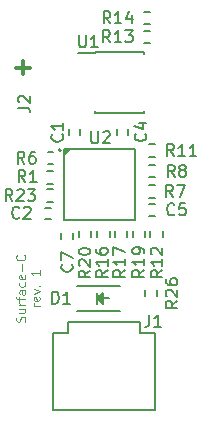
<source format=gbr>
G04 #@! TF.FileFunction,Legend,Top*
%FSLAX46Y46*%
G04 Gerber Fmt 4.6, Leading zero omitted, Abs format (unit mm)*
G04 Created by KiCad (PCBNEW 4.0.5+dfsg1-4) date Tue Jul 10 09:58:08 2018*
%MOMM*%
%LPD*%
G01*
G04 APERTURE LIST*
%ADD10C,0.100000*%
%ADD11C,0.300000*%
%ADD12C,0.150000*%
G04 APERTURE END LIST*
D10*
X149341071Y-116001428D02*
X149376786Y-115894285D01*
X149376786Y-115715714D01*
X149341071Y-115644285D01*
X149305357Y-115608571D01*
X149233929Y-115572856D01*
X149162500Y-115572856D01*
X149091071Y-115608571D01*
X149055357Y-115644285D01*
X149019643Y-115715714D01*
X148983929Y-115858571D01*
X148948214Y-115929999D01*
X148912500Y-115965714D01*
X148841071Y-116001428D01*
X148769643Y-116001428D01*
X148698214Y-115965714D01*
X148662500Y-115929999D01*
X148626786Y-115858571D01*
X148626786Y-115679999D01*
X148662500Y-115572856D01*
X148876786Y-114929999D02*
X149376786Y-114929999D01*
X148876786Y-115251428D02*
X149269643Y-115251428D01*
X149341071Y-115215713D01*
X149376786Y-115144285D01*
X149376786Y-115037142D01*
X149341071Y-114965713D01*
X149305357Y-114929999D01*
X149376786Y-114572857D02*
X148876786Y-114572857D01*
X149019643Y-114572857D02*
X148948214Y-114537142D01*
X148912500Y-114501428D01*
X148876786Y-114429999D01*
X148876786Y-114358571D01*
X148876786Y-114215713D02*
X148876786Y-113929999D01*
X149376786Y-114108571D02*
X148733929Y-114108571D01*
X148662500Y-114072856D01*
X148626786Y-114001428D01*
X148626786Y-113929999D01*
X149376786Y-113358571D02*
X148983929Y-113358571D01*
X148912500Y-113394285D01*
X148876786Y-113465714D01*
X148876786Y-113608571D01*
X148912500Y-113680000D01*
X149341071Y-113358571D02*
X149376786Y-113430000D01*
X149376786Y-113608571D01*
X149341071Y-113680000D01*
X149269643Y-113715714D01*
X149198214Y-113715714D01*
X149126786Y-113680000D01*
X149091071Y-113608571D01*
X149091071Y-113430000D01*
X149055357Y-113358571D01*
X149341071Y-112680000D02*
X149376786Y-112751429D01*
X149376786Y-112894286D01*
X149341071Y-112965714D01*
X149305357Y-113001429D01*
X149233929Y-113037143D01*
X149019643Y-113037143D01*
X148948214Y-113001429D01*
X148912500Y-112965714D01*
X148876786Y-112894286D01*
X148876786Y-112751429D01*
X148912500Y-112680000D01*
X149341071Y-112072857D02*
X149376786Y-112144286D01*
X149376786Y-112287143D01*
X149341071Y-112358572D01*
X149269643Y-112394286D01*
X148983929Y-112394286D01*
X148912500Y-112358572D01*
X148876786Y-112287143D01*
X148876786Y-112144286D01*
X148912500Y-112072857D01*
X148983929Y-112037143D01*
X149055357Y-112037143D01*
X149126786Y-112394286D01*
X149091071Y-111715715D02*
X149091071Y-111144286D01*
X149305357Y-110358572D02*
X149341071Y-110394286D01*
X149376786Y-110501429D01*
X149376786Y-110572858D01*
X149341071Y-110680001D01*
X149269643Y-110751429D01*
X149198214Y-110787144D01*
X149055357Y-110822858D01*
X148948214Y-110822858D01*
X148805357Y-110787144D01*
X148733929Y-110751429D01*
X148662500Y-110680001D01*
X148626786Y-110572858D01*
X148626786Y-110501429D01*
X148662500Y-110394286D01*
X148698214Y-110358572D01*
X150601786Y-114662144D02*
X150101786Y-114662144D01*
X150244643Y-114662144D02*
X150173214Y-114626429D01*
X150137500Y-114590715D01*
X150101786Y-114519286D01*
X150101786Y-114447858D01*
X150566071Y-113912143D02*
X150601786Y-113983572D01*
X150601786Y-114126429D01*
X150566071Y-114197858D01*
X150494643Y-114233572D01*
X150208929Y-114233572D01*
X150137500Y-114197858D01*
X150101786Y-114126429D01*
X150101786Y-113983572D01*
X150137500Y-113912143D01*
X150208929Y-113876429D01*
X150280357Y-113876429D01*
X150351786Y-114233572D01*
X150101786Y-113626429D02*
X150601786Y-113447858D01*
X150101786Y-113269286D01*
X150530357Y-112983572D02*
X150566071Y-112947857D01*
X150601786Y-112983572D01*
X150566071Y-113019286D01*
X150530357Y-112983572D01*
X150601786Y-112983572D01*
X150601786Y-111662142D02*
X150601786Y-112090714D01*
X150601786Y-111876428D02*
X149851786Y-111876428D01*
X149958929Y-111947857D01*
X150030357Y-112019285D01*
X150066071Y-112090714D01*
D11*
X148628572Y-94487143D02*
X149771429Y-94487143D01*
X149200000Y-95058571D02*
X149200000Y-93915714D01*
D12*
X153095000Y-99710000D02*
X153095000Y-100210000D01*
X154045000Y-100210000D02*
X154045000Y-99710000D01*
X151060000Y-107295000D02*
X151560000Y-107295000D01*
X151560000Y-106345000D02*
X151060000Y-106345000D01*
X157165000Y-99690000D02*
X157165000Y-100190000D01*
X158115000Y-100190000D02*
X158115000Y-99690000D01*
X160380000Y-106075000D02*
X159880000Y-106075000D01*
X159880000Y-107025000D02*
X160380000Y-107025000D01*
X153405000Y-109020000D02*
X153405000Y-108520000D01*
X152455000Y-108520000D02*
X152455000Y-109020000D01*
X153790000Y-115090000D02*
X157390000Y-115090000D01*
X153790000Y-112990000D02*
X157390000Y-112990000D01*
X155840000Y-113740000D02*
X155840000Y-114340000D01*
X155840000Y-114340000D02*
X155540000Y-114040000D01*
X155540000Y-114040000D02*
X155740000Y-113840000D01*
X155740000Y-113840000D02*
X155740000Y-114090000D01*
X155740000Y-114090000D02*
X155690000Y-114040000D01*
X155440000Y-113540000D02*
X155440000Y-114540000D01*
X155940000Y-114040000D02*
X156440000Y-114040000D01*
X155440000Y-114040000D02*
X155940000Y-113540000D01*
X155940000Y-113540000D02*
X155940000Y-114540000D01*
X155940000Y-114540000D02*
X155440000Y-114040000D01*
X159100000Y-116950000D02*
X160350000Y-116950000D01*
X159100000Y-115990000D02*
X159100000Y-116950000D01*
X151750000Y-116950000D02*
X153000000Y-116950000D01*
X153000000Y-116950000D02*
X153000000Y-115990000D01*
X153000000Y-115990000D02*
X159100000Y-115990000D01*
X151750000Y-123490000D02*
X160350000Y-123490000D01*
X160350000Y-123490000D02*
X160350000Y-116950000D01*
X151750000Y-123490000D02*
X151750000Y-116950000D01*
X151270000Y-104315000D02*
X151770000Y-104315000D01*
X151770000Y-103265000D02*
X151270000Y-103265000D01*
X151780000Y-101645000D02*
X151280000Y-101645000D01*
X151280000Y-102695000D02*
X151780000Y-102695000D01*
X160350000Y-104445000D02*
X159850000Y-104445000D01*
X159850000Y-105495000D02*
X160350000Y-105495000D01*
X159850000Y-103795000D02*
X160350000Y-103795000D01*
X160350000Y-102745000D02*
X159850000Y-102745000D01*
X160380000Y-100975000D02*
X159880000Y-100975000D01*
X159880000Y-102025000D02*
X160380000Y-102025000D01*
X159965000Y-108310000D02*
X159965000Y-108810000D01*
X161015000Y-108810000D02*
X161015000Y-108310000D01*
X159930000Y-91365000D02*
X159430000Y-91365000D01*
X159430000Y-92415000D02*
X159930000Y-92415000D01*
X159420000Y-90795000D02*
X159920000Y-90795000D01*
X159920000Y-89745000D02*
X159420000Y-89745000D01*
X155495000Y-108320000D02*
X155495000Y-108820000D01*
X156545000Y-108820000D02*
X156545000Y-108320000D01*
X158035000Y-108800000D02*
X158035000Y-108300000D01*
X156985000Y-108300000D02*
X156985000Y-108800000D01*
X159535000Y-108810000D02*
X159535000Y-108310000D01*
X158485000Y-108310000D02*
X158485000Y-108810000D01*
X153915000Y-108320000D02*
X153915000Y-108820000D01*
X154965000Y-108820000D02*
X154965000Y-108320000D01*
X151270000Y-105835000D02*
X151770000Y-105835000D01*
X151770000Y-104785000D02*
X151270000Y-104785000D01*
X160545000Y-113850000D02*
X160545000Y-113350000D01*
X159495000Y-113350000D02*
X159495000Y-113850000D01*
X155265000Y-93195000D02*
X155265000Y-93245000D01*
X159415000Y-93195000D02*
X159415000Y-93340000D01*
X159415000Y-98345000D02*
X159415000Y-98200000D01*
X155265000Y-98345000D02*
X155265000Y-98200000D01*
X155265000Y-93195000D02*
X159415000Y-93195000D01*
X155265000Y-98345000D02*
X159415000Y-98345000D01*
X155265000Y-93245000D02*
X153865000Y-93245000D01*
X152360000Y-101480000D02*
G75*
G03X152360000Y-101480000I-50000J0D01*
G01*
X152410000Y-101480000D02*
G75*
G03X152410000Y-101480000I-100000J0D01*
G01*
X153060000Y-101430000D02*
X152770000Y-101680000D01*
X152770000Y-101680000D02*
X152870000Y-101470000D01*
X152870000Y-101470000D02*
X152780000Y-101480000D01*
X153210000Y-101380000D02*
X152710000Y-101880000D01*
X152710000Y-107380000D02*
X152710000Y-101380000D01*
X158710000Y-101380000D02*
X158710000Y-107380000D01*
X152710000Y-107380000D02*
X158710000Y-107380000D01*
X158710000Y-101380000D02*
X152710000Y-101380000D01*
X152517143Y-100136666D02*
X152564762Y-100184285D01*
X152612381Y-100327142D01*
X152612381Y-100422380D01*
X152564762Y-100565238D01*
X152469524Y-100660476D01*
X152374286Y-100708095D01*
X152183810Y-100755714D01*
X152040952Y-100755714D01*
X151850476Y-100708095D01*
X151755238Y-100660476D01*
X151660000Y-100565238D01*
X151612381Y-100422380D01*
X151612381Y-100327142D01*
X151660000Y-100184285D01*
X151707619Y-100136666D01*
X152612381Y-99184285D02*
X152612381Y-99755714D01*
X152612381Y-99470000D02*
X151612381Y-99470000D01*
X151755238Y-99565238D01*
X151850476Y-99660476D01*
X151898095Y-99755714D01*
X148893334Y-107177143D02*
X148845715Y-107224762D01*
X148702858Y-107272381D01*
X148607620Y-107272381D01*
X148464762Y-107224762D01*
X148369524Y-107129524D01*
X148321905Y-107034286D01*
X148274286Y-106843810D01*
X148274286Y-106700952D01*
X148321905Y-106510476D01*
X148369524Y-106415238D01*
X148464762Y-106320000D01*
X148607620Y-106272381D01*
X148702858Y-106272381D01*
X148845715Y-106320000D01*
X148893334Y-106367619D01*
X149274286Y-106367619D02*
X149321905Y-106320000D01*
X149417143Y-106272381D01*
X149655239Y-106272381D01*
X149750477Y-106320000D01*
X149798096Y-106367619D01*
X149845715Y-106462857D01*
X149845715Y-106558095D01*
X149798096Y-106700952D01*
X149226667Y-107272381D01*
X149845715Y-107272381D01*
X159557143Y-100076666D02*
X159604762Y-100124285D01*
X159652381Y-100267142D01*
X159652381Y-100362380D01*
X159604762Y-100505238D01*
X159509524Y-100600476D01*
X159414286Y-100648095D01*
X159223810Y-100695714D01*
X159080952Y-100695714D01*
X158890476Y-100648095D01*
X158795238Y-100600476D01*
X158700000Y-100505238D01*
X158652381Y-100362380D01*
X158652381Y-100267142D01*
X158700000Y-100124285D01*
X158747619Y-100076666D01*
X158985714Y-99219523D02*
X159652381Y-99219523D01*
X158604762Y-99457619D02*
X159319048Y-99695714D01*
X159319048Y-99076666D01*
X162023334Y-106897143D02*
X161975715Y-106944762D01*
X161832858Y-106992381D01*
X161737620Y-106992381D01*
X161594762Y-106944762D01*
X161499524Y-106849524D01*
X161451905Y-106754286D01*
X161404286Y-106563810D01*
X161404286Y-106420952D01*
X161451905Y-106230476D01*
X161499524Y-106135238D01*
X161594762Y-106040000D01*
X161737620Y-105992381D01*
X161832858Y-105992381D01*
X161975715Y-106040000D01*
X162023334Y-106087619D01*
X162928096Y-105992381D02*
X162451905Y-105992381D01*
X162404286Y-106468571D01*
X162451905Y-106420952D01*
X162547143Y-106373333D01*
X162785239Y-106373333D01*
X162880477Y-106420952D01*
X162928096Y-106468571D01*
X162975715Y-106563810D01*
X162975715Y-106801905D01*
X162928096Y-106897143D01*
X162880477Y-106944762D01*
X162785239Y-106992381D01*
X162547143Y-106992381D01*
X162451905Y-106944762D01*
X162404286Y-106897143D01*
X153317143Y-111146666D02*
X153364762Y-111194285D01*
X153412381Y-111337142D01*
X153412381Y-111432380D01*
X153364762Y-111575238D01*
X153269524Y-111670476D01*
X153174286Y-111718095D01*
X152983810Y-111765714D01*
X152840952Y-111765714D01*
X152650476Y-111718095D01*
X152555238Y-111670476D01*
X152460000Y-111575238D01*
X152412381Y-111432380D01*
X152412381Y-111337142D01*
X152460000Y-111194285D01*
X152507619Y-111146666D01*
X152412381Y-110813333D02*
X152412381Y-110146666D01*
X153412381Y-110575238D01*
X151671905Y-114472381D02*
X151671905Y-113472381D01*
X151910000Y-113472381D01*
X152052858Y-113520000D01*
X152148096Y-113615238D01*
X152195715Y-113710476D01*
X152243334Y-113900952D01*
X152243334Y-114043810D01*
X152195715Y-114234286D01*
X152148096Y-114329524D01*
X152052858Y-114424762D01*
X151910000Y-114472381D01*
X151671905Y-114472381D01*
X153195715Y-114472381D02*
X152624286Y-114472381D01*
X152910000Y-114472381D02*
X152910000Y-113472381D01*
X152814762Y-113615238D01*
X152719524Y-113710476D01*
X152624286Y-113758095D01*
X159886667Y-115422381D02*
X159886667Y-116136667D01*
X159839047Y-116279524D01*
X159743809Y-116374762D01*
X159600952Y-116422381D01*
X159505714Y-116422381D01*
X160886667Y-116422381D02*
X160315238Y-116422381D01*
X160600952Y-116422381D02*
X160600952Y-115422381D01*
X160505714Y-115565238D01*
X160410476Y-115660476D01*
X160315238Y-115708095D01*
X149393334Y-104182381D02*
X149060000Y-103706190D01*
X148821905Y-104182381D02*
X148821905Y-103182381D01*
X149202858Y-103182381D01*
X149298096Y-103230000D01*
X149345715Y-103277619D01*
X149393334Y-103372857D01*
X149393334Y-103515714D01*
X149345715Y-103610952D01*
X149298096Y-103658571D01*
X149202858Y-103706190D01*
X148821905Y-103706190D01*
X150345715Y-104182381D02*
X149774286Y-104182381D01*
X150060000Y-104182381D02*
X150060000Y-103182381D01*
X149964762Y-103325238D01*
X149869524Y-103420476D01*
X149774286Y-103468095D01*
X149323334Y-102627381D02*
X148990000Y-102151190D01*
X148751905Y-102627381D02*
X148751905Y-101627381D01*
X149132858Y-101627381D01*
X149228096Y-101675000D01*
X149275715Y-101722619D01*
X149323334Y-101817857D01*
X149323334Y-101960714D01*
X149275715Y-102055952D01*
X149228096Y-102103571D01*
X149132858Y-102151190D01*
X148751905Y-102151190D01*
X150180477Y-101627381D02*
X149990000Y-101627381D01*
X149894762Y-101675000D01*
X149847143Y-101722619D01*
X149751905Y-101865476D01*
X149704286Y-102055952D01*
X149704286Y-102436905D01*
X149751905Y-102532143D01*
X149799524Y-102579762D01*
X149894762Y-102627381D01*
X150085239Y-102627381D01*
X150180477Y-102579762D01*
X150228096Y-102532143D01*
X150275715Y-102436905D01*
X150275715Y-102198810D01*
X150228096Y-102103571D01*
X150180477Y-102055952D01*
X150085239Y-102008333D01*
X149894762Y-102008333D01*
X149799524Y-102055952D01*
X149751905Y-102103571D01*
X149704286Y-102198810D01*
X161903334Y-105452381D02*
X161570000Y-104976190D01*
X161331905Y-105452381D02*
X161331905Y-104452381D01*
X161712858Y-104452381D01*
X161808096Y-104500000D01*
X161855715Y-104547619D01*
X161903334Y-104642857D01*
X161903334Y-104785714D01*
X161855715Y-104880952D01*
X161808096Y-104928571D01*
X161712858Y-104976190D01*
X161331905Y-104976190D01*
X162236667Y-104452381D02*
X162903334Y-104452381D01*
X162474762Y-105452381D01*
X162043334Y-103752381D02*
X161710000Y-103276190D01*
X161471905Y-103752381D02*
X161471905Y-102752381D01*
X161852858Y-102752381D01*
X161948096Y-102800000D01*
X161995715Y-102847619D01*
X162043334Y-102942857D01*
X162043334Y-103085714D01*
X161995715Y-103180952D01*
X161948096Y-103228571D01*
X161852858Y-103276190D01*
X161471905Y-103276190D01*
X162614762Y-103180952D02*
X162519524Y-103133333D01*
X162471905Y-103085714D01*
X162424286Y-102990476D01*
X162424286Y-102942857D01*
X162471905Y-102847619D01*
X162519524Y-102800000D01*
X162614762Y-102752381D01*
X162805239Y-102752381D01*
X162900477Y-102800000D01*
X162948096Y-102847619D01*
X162995715Y-102942857D01*
X162995715Y-102990476D01*
X162948096Y-103085714D01*
X162900477Y-103133333D01*
X162805239Y-103180952D01*
X162614762Y-103180952D01*
X162519524Y-103228571D01*
X162471905Y-103276190D01*
X162424286Y-103371429D01*
X162424286Y-103561905D01*
X162471905Y-103657143D01*
X162519524Y-103704762D01*
X162614762Y-103752381D01*
X162805239Y-103752381D01*
X162900477Y-103704762D01*
X162948096Y-103657143D01*
X162995715Y-103561905D01*
X162995715Y-103371429D01*
X162948096Y-103276190D01*
X162900477Y-103228571D01*
X162805239Y-103180952D01*
X161977143Y-101972381D02*
X161643809Y-101496190D01*
X161405714Y-101972381D02*
X161405714Y-100972381D01*
X161786667Y-100972381D01*
X161881905Y-101020000D01*
X161929524Y-101067619D01*
X161977143Y-101162857D01*
X161977143Y-101305714D01*
X161929524Y-101400952D01*
X161881905Y-101448571D01*
X161786667Y-101496190D01*
X161405714Y-101496190D01*
X162929524Y-101972381D02*
X162358095Y-101972381D01*
X162643809Y-101972381D02*
X162643809Y-100972381D01*
X162548571Y-101115238D01*
X162453333Y-101210476D01*
X162358095Y-101258095D01*
X163881905Y-101972381D02*
X163310476Y-101972381D01*
X163596190Y-101972381D02*
X163596190Y-100972381D01*
X163500952Y-101115238D01*
X163405714Y-101210476D01*
X163310476Y-101258095D01*
X161002381Y-111632857D02*
X160526190Y-111966191D01*
X161002381Y-112204286D02*
X160002381Y-112204286D01*
X160002381Y-111823333D01*
X160050000Y-111728095D01*
X160097619Y-111680476D01*
X160192857Y-111632857D01*
X160335714Y-111632857D01*
X160430952Y-111680476D01*
X160478571Y-111728095D01*
X160526190Y-111823333D01*
X160526190Y-112204286D01*
X161002381Y-110680476D02*
X161002381Y-111251905D01*
X161002381Y-110966191D02*
X160002381Y-110966191D01*
X160145238Y-111061429D01*
X160240476Y-111156667D01*
X160288095Y-111251905D01*
X160097619Y-110299524D02*
X160050000Y-110251905D01*
X160002381Y-110156667D01*
X160002381Y-109918571D01*
X160050000Y-109823333D01*
X160097619Y-109775714D01*
X160192857Y-109728095D01*
X160288095Y-109728095D01*
X160430952Y-109775714D01*
X161002381Y-110347143D01*
X161002381Y-109728095D01*
X156567143Y-92342381D02*
X156233809Y-91866190D01*
X155995714Y-92342381D02*
X155995714Y-91342381D01*
X156376667Y-91342381D01*
X156471905Y-91390000D01*
X156519524Y-91437619D01*
X156567143Y-91532857D01*
X156567143Y-91675714D01*
X156519524Y-91770952D01*
X156471905Y-91818571D01*
X156376667Y-91866190D01*
X155995714Y-91866190D01*
X157519524Y-92342381D02*
X156948095Y-92342381D01*
X157233809Y-92342381D02*
X157233809Y-91342381D01*
X157138571Y-91485238D01*
X157043333Y-91580476D01*
X156948095Y-91628095D01*
X157852857Y-91342381D02*
X158471905Y-91342381D01*
X158138571Y-91723333D01*
X158281429Y-91723333D01*
X158376667Y-91770952D01*
X158424286Y-91818571D01*
X158471905Y-91913810D01*
X158471905Y-92151905D01*
X158424286Y-92247143D01*
X158376667Y-92294762D01*
X158281429Y-92342381D01*
X157995714Y-92342381D01*
X157900476Y-92294762D01*
X157852857Y-92247143D01*
X156587143Y-90742381D02*
X156253809Y-90266190D01*
X156015714Y-90742381D02*
X156015714Y-89742381D01*
X156396667Y-89742381D01*
X156491905Y-89790000D01*
X156539524Y-89837619D01*
X156587143Y-89932857D01*
X156587143Y-90075714D01*
X156539524Y-90170952D01*
X156491905Y-90218571D01*
X156396667Y-90266190D01*
X156015714Y-90266190D01*
X157539524Y-90742381D02*
X156968095Y-90742381D01*
X157253809Y-90742381D02*
X157253809Y-89742381D01*
X157158571Y-89885238D01*
X157063333Y-89980476D01*
X156968095Y-90028095D01*
X158396667Y-90075714D02*
X158396667Y-90742381D01*
X158158571Y-89694762D02*
X157920476Y-90409048D01*
X158539524Y-90409048D01*
X156362381Y-111652857D02*
X155886190Y-111986191D01*
X156362381Y-112224286D02*
X155362381Y-112224286D01*
X155362381Y-111843333D01*
X155410000Y-111748095D01*
X155457619Y-111700476D01*
X155552857Y-111652857D01*
X155695714Y-111652857D01*
X155790952Y-111700476D01*
X155838571Y-111748095D01*
X155886190Y-111843333D01*
X155886190Y-112224286D01*
X156362381Y-110700476D02*
X156362381Y-111271905D01*
X156362381Y-110986191D02*
X155362381Y-110986191D01*
X155505238Y-111081429D01*
X155600476Y-111176667D01*
X155648095Y-111271905D01*
X155362381Y-109843333D02*
X155362381Y-110033810D01*
X155410000Y-110129048D01*
X155457619Y-110176667D01*
X155600476Y-110271905D01*
X155790952Y-110319524D01*
X156171905Y-110319524D01*
X156267143Y-110271905D01*
X156314762Y-110224286D01*
X156362381Y-110129048D01*
X156362381Y-109938571D01*
X156314762Y-109843333D01*
X156267143Y-109795714D01*
X156171905Y-109748095D01*
X155933810Y-109748095D01*
X155838571Y-109795714D01*
X155790952Y-109843333D01*
X155743333Y-109938571D01*
X155743333Y-110129048D01*
X155790952Y-110224286D01*
X155838571Y-110271905D01*
X155933810Y-110319524D01*
X157852381Y-111612857D02*
X157376190Y-111946191D01*
X157852381Y-112184286D02*
X156852381Y-112184286D01*
X156852381Y-111803333D01*
X156900000Y-111708095D01*
X156947619Y-111660476D01*
X157042857Y-111612857D01*
X157185714Y-111612857D01*
X157280952Y-111660476D01*
X157328571Y-111708095D01*
X157376190Y-111803333D01*
X157376190Y-112184286D01*
X157852381Y-110660476D02*
X157852381Y-111231905D01*
X157852381Y-110946191D02*
X156852381Y-110946191D01*
X156995238Y-111041429D01*
X157090476Y-111136667D01*
X157138095Y-111231905D01*
X156852381Y-110327143D02*
X156852381Y-109660476D01*
X157852381Y-110089048D01*
X159462381Y-111622857D02*
X158986190Y-111956191D01*
X159462381Y-112194286D02*
X158462381Y-112194286D01*
X158462381Y-111813333D01*
X158510000Y-111718095D01*
X158557619Y-111670476D01*
X158652857Y-111622857D01*
X158795714Y-111622857D01*
X158890952Y-111670476D01*
X158938571Y-111718095D01*
X158986190Y-111813333D01*
X158986190Y-112194286D01*
X159462381Y-110670476D02*
X159462381Y-111241905D01*
X159462381Y-110956191D02*
X158462381Y-110956191D01*
X158605238Y-111051429D01*
X158700476Y-111146667D01*
X158748095Y-111241905D01*
X159462381Y-110194286D02*
X159462381Y-110003810D01*
X159414762Y-109908571D01*
X159367143Y-109860952D01*
X159224286Y-109765714D01*
X159033810Y-109718095D01*
X158652857Y-109718095D01*
X158557619Y-109765714D01*
X158510000Y-109813333D01*
X158462381Y-109908571D01*
X158462381Y-110099048D01*
X158510000Y-110194286D01*
X158557619Y-110241905D01*
X158652857Y-110289524D01*
X158890952Y-110289524D01*
X158986190Y-110241905D01*
X159033810Y-110194286D01*
X159081429Y-110099048D01*
X159081429Y-109908571D01*
X159033810Y-109813333D01*
X158986190Y-109765714D01*
X158890952Y-109718095D01*
X154902381Y-111672857D02*
X154426190Y-112006191D01*
X154902381Y-112244286D02*
X153902381Y-112244286D01*
X153902381Y-111863333D01*
X153950000Y-111768095D01*
X153997619Y-111720476D01*
X154092857Y-111672857D01*
X154235714Y-111672857D01*
X154330952Y-111720476D01*
X154378571Y-111768095D01*
X154426190Y-111863333D01*
X154426190Y-112244286D01*
X153997619Y-111291905D02*
X153950000Y-111244286D01*
X153902381Y-111149048D01*
X153902381Y-110910952D01*
X153950000Y-110815714D01*
X153997619Y-110768095D01*
X154092857Y-110720476D01*
X154188095Y-110720476D01*
X154330952Y-110768095D01*
X154902381Y-111339524D01*
X154902381Y-110720476D01*
X153902381Y-110101429D02*
X153902381Y-110006190D01*
X153950000Y-109910952D01*
X153997619Y-109863333D01*
X154092857Y-109815714D01*
X154283333Y-109768095D01*
X154521429Y-109768095D01*
X154711905Y-109815714D01*
X154807143Y-109863333D01*
X154854762Y-109910952D01*
X154902381Y-110006190D01*
X154902381Y-110101429D01*
X154854762Y-110196667D01*
X154807143Y-110244286D01*
X154711905Y-110291905D01*
X154521429Y-110339524D01*
X154283333Y-110339524D01*
X154092857Y-110291905D01*
X153997619Y-110244286D01*
X153950000Y-110196667D01*
X153902381Y-110101429D01*
X148307143Y-105782381D02*
X147973809Y-105306190D01*
X147735714Y-105782381D02*
X147735714Y-104782381D01*
X148116667Y-104782381D01*
X148211905Y-104830000D01*
X148259524Y-104877619D01*
X148307143Y-104972857D01*
X148307143Y-105115714D01*
X148259524Y-105210952D01*
X148211905Y-105258571D01*
X148116667Y-105306190D01*
X147735714Y-105306190D01*
X148688095Y-104877619D02*
X148735714Y-104830000D01*
X148830952Y-104782381D01*
X149069048Y-104782381D01*
X149164286Y-104830000D01*
X149211905Y-104877619D01*
X149259524Y-104972857D01*
X149259524Y-105068095D01*
X149211905Y-105210952D01*
X148640476Y-105782381D01*
X149259524Y-105782381D01*
X149592857Y-104782381D02*
X150211905Y-104782381D01*
X149878571Y-105163333D01*
X150021429Y-105163333D01*
X150116667Y-105210952D01*
X150164286Y-105258571D01*
X150211905Y-105353810D01*
X150211905Y-105591905D01*
X150164286Y-105687143D01*
X150116667Y-105734762D01*
X150021429Y-105782381D01*
X149735714Y-105782381D01*
X149640476Y-105734762D01*
X149592857Y-105687143D01*
X162272381Y-114242857D02*
X161796190Y-114576191D01*
X162272381Y-114814286D02*
X161272381Y-114814286D01*
X161272381Y-114433333D01*
X161320000Y-114338095D01*
X161367619Y-114290476D01*
X161462857Y-114242857D01*
X161605714Y-114242857D01*
X161700952Y-114290476D01*
X161748571Y-114338095D01*
X161796190Y-114433333D01*
X161796190Y-114814286D01*
X161367619Y-113861905D02*
X161320000Y-113814286D01*
X161272381Y-113719048D01*
X161272381Y-113480952D01*
X161320000Y-113385714D01*
X161367619Y-113338095D01*
X161462857Y-113290476D01*
X161558095Y-113290476D01*
X161700952Y-113338095D01*
X162272381Y-113909524D01*
X162272381Y-113290476D01*
X161272381Y-112433333D02*
X161272381Y-112623810D01*
X161320000Y-112719048D01*
X161367619Y-112766667D01*
X161510476Y-112861905D01*
X161700952Y-112909524D01*
X162081905Y-112909524D01*
X162177143Y-112861905D01*
X162224762Y-112814286D01*
X162272381Y-112719048D01*
X162272381Y-112528571D01*
X162224762Y-112433333D01*
X162177143Y-112385714D01*
X162081905Y-112338095D01*
X161843810Y-112338095D01*
X161748571Y-112385714D01*
X161700952Y-112433333D01*
X161653333Y-112528571D01*
X161653333Y-112719048D01*
X161700952Y-112814286D01*
X161748571Y-112861905D01*
X161843810Y-112909524D01*
X153938095Y-91762381D02*
X153938095Y-92571905D01*
X153985714Y-92667143D01*
X154033333Y-92714762D01*
X154128571Y-92762381D01*
X154319048Y-92762381D01*
X154414286Y-92714762D01*
X154461905Y-92667143D01*
X154509524Y-92571905D01*
X154509524Y-91762381D01*
X155509524Y-92762381D02*
X154938095Y-92762381D01*
X155223809Y-92762381D02*
X155223809Y-91762381D01*
X155128571Y-91905238D01*
X155033333Y-92000476D01*
X154938095Y-92048095D01*
X154988095Y-99882381D02*
X154988095Y-100691905D01*
X155035714Y-100787143D01*
X155083333Y-100834762D01*
X155178571Y-100882381D01*
X155369048Y-100882381D01*
X155464286Y-100834762D01*
X155511905Y-100787143D01*
X155559524Y-100691905D01*
X155559524Y-99882381D01*
X155988095Y-99977619D02*
X156035714Y-99930000D01*
X156130952Y-99882381D01*
X156369048Y-99882381D01*
X156464286Y-99930000D01*
X156511905Y-99977619D01*
X156559524Y-100072857D01*
X156559524Y-100168095D01*
X156511905Y-100310952D01*
X155940476Y-100882381D01*
X156559524Y-100882381D01*
X148772381Y-97873333D02*
X149486667Y-97873333D01*
X149629524Y-97920953D01*
X149724762Y-98016191D01*
X149772381Y-98159048D01*
X149772381Y-98254286D01*
X148867619Y-97444762D02*
X148820000Y-97397143D01*
X148772381Y-97301905D01*
X148772381Y-97063809D01*
X148820000Y-96968571D01*
X148867619Y-96920952D01*
X148962857Y-96873333D01*
X149058095Y-96873333D01*
X149200952Y-96920952D01*
X149772381Y-97492381D01*
X149772381Y-96873333D01*
M02*

</source>
